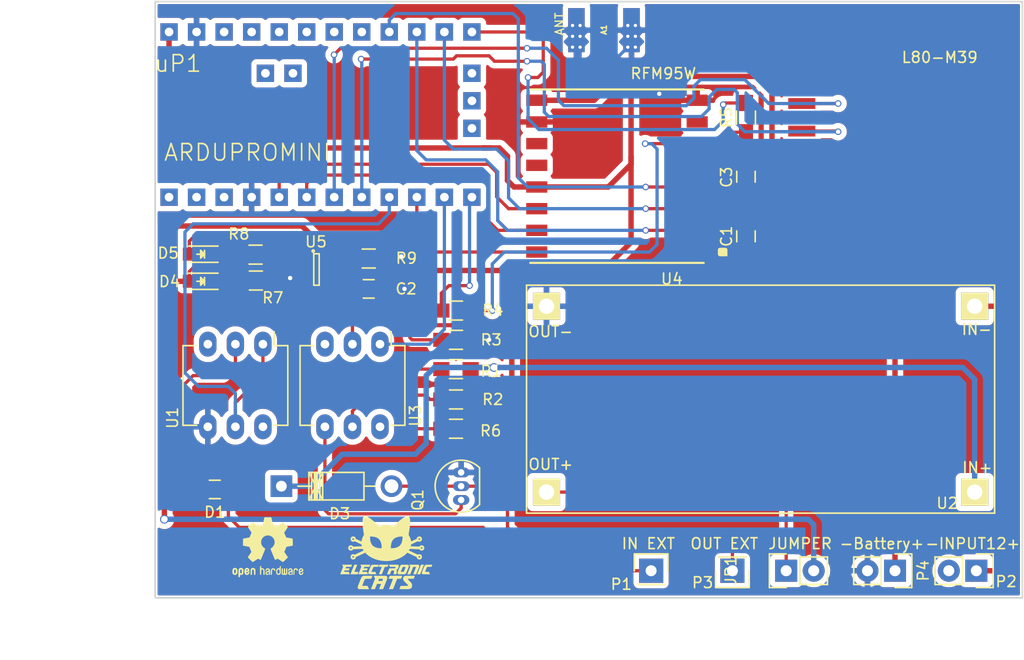
<source format=kicad_pcb>
(kicad_pcb (version 20221018) (generator pcbnew)
  (title_block (title "LoRa Track") (rev "v0.1") (company "Electronic Cats") (comment 1 "Eduardo Contreras Flores"))
  (layers (0 "F.Cu" signal) (31 "B.Cu" signal) (34 "B.Paste" user) (35 "F.Paste" user) (36 "B.SilkS" user "B.Silkscreen") (37 "F.SilkS" user "F.Silkscreen") (38 "B.Mask" user) (39 "F.Mask" user) (44 "Edge.Cuts" user))
  (net 0 "")
  (net 1 "Net-(A1-Pad1)")
  (net 2 "GND")
  (net 3 "+BATT")
  (net 4 "Net-(D1-Pad1)")
  (net 5 "Net-(D1-Pad2)")
  (net 6 "+12C")
  (net 7 "Net-(D2-Pad2)")
  (net 8 "Net-(D3-Pad2)")
  (net 9 "+5V")
  (net 10 "Net-(D4-Pad1)")
  (net 11 "Net-(D5-Pad2)")
  (net 12 "Net-(JP1-Pad1)")
  (net 13 "/TX")
  (net 14 "/RX")
  (net 15 "Net-(MODULE1-Pad6)")
  (net 16 "Net-(MODULE1-Pad7)")
  (net 17 "Net-(MODULE1-Pad8)")
  (net 18 "Net-(MODULE1-Pad10)")
  (net 19 "Net-(MODULE1-Pad11)")
  (net 20 "Net-(P2-Pad1)")
  (net 21 "Net-(Q1-Pad1)")
  (net 22 "Net-(R1-Pad2)")
  (net 23 "/D6")
  (net 24 "Net-(R3-Pad1)")
  (net 25 "/RST")
  (net 26 "Net-(R4-Pad2)")
  (net 27 "/NSS")
  (net 28 "Net-(R5-Pad2)")
  (net 29 "Net-(R6-Pad2)")
  (net 30 "Net-(R7-Pad1)")
  (net 31 "Net-(R9-Pad1)")
  (net 32 "Net-(U1-Pad6)")
  (net 33 "/D8")
  (net 34 "Net-(U3-Pad6)")
  (net 35 "/MISO")
  (net 36 "/MOSI")
  (net 37 "/SCK")
  (net 38 "Net-(U4-Pad7)")
  (net 39 "Net-(U4-Pad11)")
  (net 40 "Net-(U4-Pad12)")
  (net 41 "/DIO0")
  (net 42 "/DIO1")
  (net 43 "/DIO2")
  (net 44 "Net-(uP1-Pad7)")
  (net 45 "Net-(uP1-Pad8)")
  (net 46 "Net-(uP1-Pad9)")
  (net 47 "Net-(uP1-Pad21)")
  (net 48 "Net-(uP1-Pad22)")
  (net 49 "Net-(uP1-Pad23)")
  (net 50 "Net-(uP1-Pad24)")
  (net 51 "Net-(uP1-Pad25)")
  (net 52 "/A0")
  (net 53 "Net-(uP1-Pad32)")
  (net 54 "Net-(uP1-Pad31)")
  (footprint "TIH:GSG-SMA-EDGE" (layer "F.Cu") (at 151.4 50.6 -90)
    (fp_text reference "A1")
    (fp_text value "ANT")
  )
  (footprint "Capacitors_SMD:C_0805_HandSoldering" (layer "F.Cu") (at 164.5 71.65 -90)
    (fp_text reference "C1")
    (fp_text value "0.1uF")
  )
  (footprint "Capacitors_SMD:C_0805_HandSoldering" (layer "F.Cu") (at 129.7 76.5)
    (fp_text reference "C2")
    (fp_text value "10uF")
  )
  (footprint "Capacitors_SMD:C_0805_HandSoldering" (layer "F.Cu") (at 164.5 66.15 90)
    (fp_text reference "C3")
    (fp_text value "0.1uF")
  )
  (footprint "Capacitors_SMD:C_0805_HandSoldering" (layer "F.Cu") (at 115.5 95 180)
    (fp_text reference "D1")
    (fp_text value "D")
  )
  (footprint "Diodes_ThroughHole:Diode_DO-41_SOD81_Horizontal_RM10" (layer "F.Cu") (at 121.64 94.70254)
    (fp_text reference "D3")
    (fp_text value "D")
  )
  (footprint "LEDs:LED_0805" (layer "F.Cu") (at 114.19902 75.8 180)
    (fp_text reference "D4")
    (fp_text value "LED")
  )
  (footprint "LEDs:LED_0805" (layer "F.Cu") (at 114.19902 73.3 180)
    (fp_text reference "D5")
    (fp_text value "LED")
  )
  (footprint "Pin_Headers:Pin_Header_Straight_1x02" (layer "F.Cu") (at 168.21 102.5 90)
    (fp_text reference "JP1")
    (fp_text value "JUMPER")
  )
  (footprint "TIH:QUECTEL_L80-M39" (layer "F.Cu") (at 177.55 64.9 180)
    (fp_text reference "MODULE1")
    (fp_text value "L80-M39")
  )
  (footprint "Pin_Headers:Pin_Header_Straight_1x01" (layer "F.Cu") (at 155.75 102.5)
    (fp_text reference "P1")
    (fp_text value "IN EXT")
  )
  (footprint "Pin_Headers:Pin_Header_Straight_1x02" (layer "F.Cu") (at 185.75 102.5 -90)
    (fp_text reference "P2")
    (fp_text value "-INPUT12+")
  )
  (footprint "Pin_Headers:Pin_Header_Straight_1x01" (layer "F.Cu") (at 163.25 102.5 180)
    (fp_text reference "P3")
    (fp_text value "OUT EXT")
  )
  (footprint "Pin_Headers:Pin_Header_Straight_1x02" (layer "F.Cu") (at 178.25 102.5 -90)
    (fp_text reference "P4")
    (fp_text value "-Battery+")
  )
  (footprint "TO_SOT_Packages_THT:TO-92_Inline_Narrow_Oval" (layer "F.Cu") (at 138.225 95.97 90)
    (fp_text reference "Q1")
    (fp_text value "Q_NPN_BCE")
  )
  (footprint "Resistors_SMD:R_0805_HandSoldering" (layer "F.Cu") (at 137.75 83.9 180)
    (fp_text reference "R1")
    (fp_text value "1K")
  )
  (footprint "Resistors_SMD:R_0805_HandSoldering" (layer "F.Cu") (at 137.75 86.7 180)
    (fp_text reference "R2")
    (fp_text value "10K")
  )
  (footprint "Resistors_SMD:R_0805_HandSoldering" (layer "F.Cu") (at 137.75 81.2)
    (fp_text reference "R3")
    (fp_text value "220R")
  )
  (footprint "Resistors_SMD:R_0805_HandSoldering" (layer "F.Cu") (at 137.75 78.5)
    (fp_text reference "R4")
    (fp_text value "10K")
  )
  (footprint "Resistors_SMD:R_0805_HandSoldering" (layer "F.Cu") (at 164.5 60.7 -90)
    (fp_text reference "R5")
    (fp_text value "10K")
  )
  (footprint "Resistors_SMD:R_0805_HandSoldering" (layer "F.Cu") (at 137.75 89.4 180)
    (fp_text reference "R6")
    (fp_text value "1K")
  )
  (footprint "Resistors_SMD:R_0805_HandSoldering" (layer "F.Cu") (at 119.29 75.73 180)
    (fp_text reference "R7")
    (fp_text value "220R")
  )
  (footprint "Resistors_SMD:R_0805_HandSoldering" (layer "F.Cu") (at 119.26 73.34 180)
    (fp_text reference "R8")
    (fp_text value "220R")
  )
  (footprint "Resistors_SMD:R_0805_HandSoldering" (layer "F.Cu") (at 129.7 73.7)
    (fp_text reference "R9")
    (fp_text value "1K")
  )
  (footprint "Housings_DIP:DIP-6_W7.62mm_LongPads" (layer "F.Cu") (at 119.94 81.6 -90)
    (fp_text reference "U1")
    (fp_text value "4N26")
  )
  (footprint "TIH:LM2596DC-DC" (layer "F.Cu") (at 187.4385 97.1885 180)
    (fp_text reference "U2")
    (fp_text value "LM2596_Breakout")
  )
  (footprint "Housings_DIP:DIP-6_W7.62mm_LongPads" (layer "F.Cu") (at 130.74 81.6 -90)
    (fp_text reference "U3")
    (fp_text value "4N26")
  )
  (footprint "TIH:XCVR_RFM95W-868S2" (layer "F.Cu") (at 152.6 66.1 180)
    (fp_text reference "U4")
    (fp_text value "RFM95W")
  )
  (footprint "TO_SOT_Packages_SMD:SOT-23-5" (layer "F.Cu") (at 124.88 74.71)
    (fp_text reference "U5")
    (fp_text value "MCP73831T-2ATI/OT")
  )
  (footprint "TIH:arduinoMiniPro2" (layer "F.Cu") (at 117.63 62.96 90)
    (fp_text reference "uP1")
    (fp_text value "ARDUPROMINI")
  )
  (footprint "TIH:electronic_cats_logo_8x6" (layer "F.Cu") (at 131.318 100.838)
    (fp_text reference "G***" hide)
    (fp_text value "LOGO" hide)
  )
  (footprint "Symbols:OSHW-Logo2_7.3x6mm_SilkScreen" (layer "F.Cu") (at 120.396 100.33)
    (fp_text reference "REF***" hide)
    (fp_text value "OSHW-Logo2_7.3x6mm_SilkScreen" hide)
  )
  (gr_line (start 110 105) (end 110 50) (stroke (width 0.15)) (layer "Edge.Cuts"))
  (gr_line (start 190 50) (end 190 105) (stroke (width 0.15)) (layer "Edge.Cuts"))
  (gr_line (start 110 105) (end 190 105) (stroke (width 0.15)) (layer "Edge.Cuts"))
  (gr_line (start 110 50) (end 190 50) (stroke (width 0.15)) (layer "Edge.Cuts"))
  (segment (start 151.4 58.2) (end 151.4 52.632) (width 0.5) (layer "F.Cu") (net 1))
  (segment (start 145.2 59.1) (end 150.5 59.1) (width 0.5) (layer "F.Cu") (net 1))
  (segment (start 150.5 59.1) (end 151.4 58.2) (width 0.5) (layer "F.Cu") (net 1))
  (segment (start 132.1 73.7) (end 132.3 73.5) (width 0.3) (layer "F.Cu") (net 2))
  (segment (start 122.45 75.21) (end 122.45 75.5) (width 0.3) (layer "F.Cu") (net 2))
  (segment (start 123.78 74.71) (end 122.95 74.71) (width 0.3) (layer "F.Cu") (net 2))
  (segment (start 157.1 59.1) (end 156.5 58.5) (width 0.3) (layer "F.Cu") (net 2))
  (segment (start 139.1 81.2) (end 140.8 81.2) (width 0.3) (layer "F.Cu") (net 2))
  (segment (start 132.3 73.5) (end 132.7 73.5) (width 0.3) (layer "F.Cu") (net 2))
  (segment (start 130.95 76.5) (end 133 76.5) (width 0.3) (layer "F.Cu") (net 2))
  (segment (start 122.95 74.71) (end 122.45 75.21) (width 0.3) (layer "F.Cu") (net 2))
  (segment (start 160 59.1) (end 157.1 59.1) (width 0.3) (layer "F.Cu") (net 2))
  (segment (start 131.05 73.7) (end 132.1 73.7) (width 0.3) (layer "F.Cu") (net 2))
  (via (at 156.5 58.5) (size 0.6) (drill 0.4) (layers "F.Cu" "B.Cu") (net 2))
  (via (at 140.8 81.2) (size 0.6) (drill 0.4) (layers "F.Cu" "B.Cu") (net 2))
  (via (at 132.7 73.5) (size 0.6) (drill 0.4) (layers "F.Cu" "B.Cu") (net 2))
  (via (at 122.45 75.5) (size 0.6) (drill 0.4) (layers "F.Cu" "B.Cu") (net 2))
  (via (at 133 76.5) (size 0.6) (drill 0.4) (layers "F.Cu" "B.Cu") (net 2))
  (segment (start 149.2 54.2) (end 149.2 55.45) (width 0.3) (layer "B.Cu") (net 2))
  (segment (start 152.75 57.5) (end 152.75 55.05) (width 0.3) (layer "B.Cu") (net 2))
  (segment (start 149.2 55.45) (end 151.25 57.5) (width 0.3) (layer "B.Cu") (net 2))
  (segment (start 152.75 55.05) (end 153.6 54.2) (width 0.3) (layer "B.Cu") (net 2))
  (segment (start 151.25 57.5) (end 152.75 57.5) (width 0.3) (layer "B.Cu") (net 2))
  (segment (start 142.9 75.5) (end 142.9 85.8) (width 0.5) (layer "F.Cu") (net 3))
  (segment (start 142.5 66.5) (end 142.5 64.25) (width 0.5) (layer "F.Cu") (net 3))
  (segment (start 154.7 56.9) (end 153.9 57.7) (width 0.5) (layer "F.Cu") (net 3))
  (segment (start 169.65 69.56) (end 176.81 69.56) (width 0.5) (layer "F.Cu") (net 3))
  (segment (start 166.9 65.8) (end 165.6 67.1) (width 0.5) (layer "F.Cu") (net 3))
  (segment (start 134.4 75.4) (end 135 74.8) (width 0.5) (layer "F.Cu") (net 3))
  (segment (start 176.81 69.56) (end 178.25 71) (width 0.5) (layer "F.Cu") (net 3))
  (segment (start 128.2 76.5) (end 127.5 77.2) (width 0.5) (layer "F.Cu") (net 3))
  (segment (start 141.75 63.5) (end 140.25 63.5) (width 0.5) (layer "F.Cu") (net 3))
  (segment (start 111.28 61.53) (end 113.25 63.5) (width 0.5) (layer "F.Cu") (net 3))
  (segment (start 153.9 65) (end 151.8 67.1) (width 0.5) (layer "F.Cu") (net 3))
  (segment (start 142.2 74.8) (end 142.9 75.5) (width 0.5) (layer "F.Cu") (net 3))
  (segment (start 166.9 65.6) (end 166.9 65.8) (width 0.5) (layer "F.Cu") (net 3))
  (segment (start 127.5 77.2) (end 128.4 77.2) (width 0.5) (layer "F.Cu") (net 3))
  (segment (start 133.5 78.4) (end 134.4 77.5) (width 0.5) (layer "F.Cu") (net 3))
  (segment (start 165.68 67.02) (end 169.65 67.02) (width 0.5) (layer "F.Cu") (net 3))
  (segment (start 129.225 78.4) (end 128.45 77.625) (width 0.5) (layer "F.Cu") (net 3))
  (segment (start 134.4 77.5) (end 134.4 75.4) (width 0.5) (layer "F.Cu") (net 3))
  (segment (start 165.3 67.4) (end 165.6 67.1) (width 0.5) (layer "F.Cu") (net 3))
  (segment (start 153.9 72.2) (end 153.9 64.3) (width 0.5) (layer "F.Cu") (net 3))
  (segment (start 178.25 71) (end 178.25 102.5) (width 0.5) (layer "F.Cu") (net 3))
  (segment (start 169.65 67.02) (end 169.65 69.56) (width 0.5) (layer "F.Cu") (net 3))
  (segment (start 141.8 74.8) (end 142.2 74.8) (width 0.5) (layer "F.Cu") (net 3))
  (segment (start 123.78 76.58) (end 124.4 77.2) (width 0.5) (layer "F.Cu") (net 3))
  (segment (start 153.9 64.3) (end 153.9 65) (width 0.5) (layer "F.Cu") (net 3))
  (segment (start 165.6 67.1) (end 165.68 67.02) (width 0.5) (layer "F.Cu") (net 3))
  (segment (start 128.45 77.25) (end 128.45 76.5) (width 0.5) (layer "F.Cu") (net 3))
  (segment (start 151.3 74.8) (end 153.9 72.2) (width 0.5) (layer "F.Cu") (net 3))
  (segment (start 141.8 74.8) (end 151.3 74.8) (width 0.5) (layer "F.Cu") (net 3))
  (segment (start 135 74.8) (end 141.8 74.8) (width 0.5) (layer "F.Cu") (net 3))
  (segment (start 145.2 67.1) (end 143.1 67.1) (width 0.5) (layer "F.Cu") (net 3))
  (segment (start 166.9 65.6) (end 166.9 58.3) (width 0.5) (layer "F.Cu") (net 3))
  (segment (start 126.7 77.2) (end 127.5 77.2) (width 0.5) (layer "F.Cu") (net 3))
  (segment (start 129.425 78.4) (end 129.225 78.4) (width 0.5) (layer "F.Cu") (net 3))
  (segment (start 129.225 78.4) (end 133.5 78.4) (width 0.5) (layer "F.Cu") (net 3))
  (segment (start 142 86.7) (end 142.9 85.8) (width 0.5) (layer "F.Cu") (net 3))
  (segment (start 164.5 67.4) (end 164.5 70.4) (width 0.5) (layer "F.Cu") (net 3))
  (segment (start 128.4 77.2) (end 128.45 77.25) (width 0.5) (layer "F.Cu") (net 3))
  (segment (start 128.45 77.625) (end 128.45 77.25) (width 0.5) (layer "F.Cu") (net 3))
  (segment (start 143.1 67.1) (end 142.5 66.5) (width 0.5) (layer "F.Cu") (net 3))
  (segment (start 111.28 52.8) (end 111.28 61.53) (width 0.5) (layer "F.Cu") (net 3))
  (segment (start 139.1 86.7) (end 142 86.7) (width 0.5) (layer "F.Cu") (net 3))
  (segment (start 165.5 56.9) (end 154.7 56.9) (width 0.5) (layer "F.Cu") (net 3))
  (segment (start 140.25 63.5) (end 141 63.5) (width 0.5) (layer "F.Cu") (net 3))
  (segment (start 124.4 77.2) (end 126.7 77.2) (width 0.5) (layer "F.Cu") (net 3))
  (segment (start 139.1 89.4) (end 139.1 86.7) (width 0.5) (layer "F.Cu") (net 3))
  (segment (start 164.5 67.4) (end 165.3 67.4) (width 0.5) (layer "F.Cu") (net 3))
  (segment (start 142.5 64.25) (end 141.75 63.5) (width 0.5) (layer "F.Cu") (net 3))
  (segment (start 142.9 79.1) (end 142.9 85.8) (width 0.3) (layer "F.Cu") (net 3))
  (segment (start 166.9 58.3) (end 165.5 56.9) (width 0.5) (layer "F.Cu") (net 3))
  (segment (start 153.9 57.7) (end 153.9 64.3) (width 0.5) (layer "F.Cu") (net 3))
  (segment (start 151.8 67.1) (end 145.2 67.1) (width 0.5) (layer "F.Cu") (net 3))
  (segment (start 113.25 63.5) (end 140.25 63.5) (width 0.5) (layer "F.Cu") (net 3))
  (segment (start 128.45 76.5) (end 128.2 76.5) (width 0.5) (layer "F.Cu") (net 3))
  (segment (start 123.78 75.66) (end 123.78 76.58) (width 0.5) (layer "F.Cu") (net 3))
  (segment (start 116.75 95) (end 116.75 97.5) (width 0.3) (layer "F.Cu") (net 4))
  (segment (start 116.75 97.5) (end 117.75 98.5) (width 0.3) (layer "F.Cu") (net 4))
  (segment (start 140.25 98.5) (end 141.25 99.5) (width 0.3) (layer "F.Cu") (net 4))
  (segment (start 153 102.5) (end 152.25 101.75) (width 0.3) (layer "F.Cu") (net 4))
  (segment (start 142 100.25) (end 141.25 99.5) (width 0.3) (layer "F.Cu") (net 4))
  (segment (start 151.75 100.25) (end 142 100.25) (width 0.3) (layer "F.Cu") (net 4))
  (segment (start 155.75 102.5) (end 153 102.5) (width 0.3) (layer "F.Cu") (net 4))
  (segment (start 152.25 101.75) (end 152.25 100.75) (width 0.3) (layer "F.Cu") (net 4))
  (segment (start 152.25 100.75) (end 151.75 100.25) (width 0.3) (layer "F.Cu") (net 4))
  (segment (start 117.75 98.5) (end 140.25 98.5) (width 0.3) (layer "F.Cu") (net 4))
  (segment (start 112.75 91.5) (end 114.25 93) (width 0.3) (layer "F.Cu") (net 5))
  (segment (start 114.25 93) (end 114.25 95) (width 0.3) (layer "F.Cu") (net 5))
  (segment (start 112.75 85.25) (end 112.75 91.5) (width 0.3) (layer "F.Cu") (net 5))
  (segment (start 113.5 84.5) (end 112.75 85.25) (width 0.3) (layer "F.Cu") (net 5))
  (segment (start 117.4 81.6) (end 117.4 83.35) (width 0.3) (layer "F.Cu") (net 5))
  (segment (start 116.25 84.5) (end 113.5 84.5) (width 0.3) (layer "F.Cu") (net 5))
  (segment (start 117.4 83.35) (end 116.25 84.5) (width 0.3) (layer "F.Cu") (net 5))
  (segment (start 141.25 83.75) (end 139.25 83.75) (width 0.5) (layer "F.Cu") (net 6))
  (segment (start 139.25 83.75) (end 139.1 83.9) (width 0.5) (layer "F.Cu") (net 6))
  (via (at 141.25 83.75) (size 0.8) (drill 0.6) (layers "F.Cu" "B.Cu") (net 6))
  (segment (start 127.25 91.75) (end 134 91.75) (width 0.5) (layer "B.Cu") (net 6))
  (segment (start 135 90.75) (end 135 84.5) (width 0.5) (layer "B.Cu") (net 6))
  (segment (start 184.5 83.75) (end 141.75 83.75) (width 0.5) (layer "B.Cu") (net 6))
  (segment (start 121.64 94.7) (end 124.3 94.7) (width 0.5) (layer "B.Cu") (net 6))
  (segment (start 185.597 95.245) (end 185.597 84.847) (width 0.5) (layer "B.Cu") (net 6))
  (segment (start 135.75 83.75) (end 141.75 83.75) (width 0.5) (layer "B.Cu") (net 6))
  (segment (start 134 91.75) (end 135 90.75) (width 0.5) (layer "B.Cu") (net 6))
  (segment (start 124.3 94.7) (end 127.25 91.75) (width 0.5) (layer "B.Cu") (net 6))
  (segment (start 185.597 84.847) (end 184.5 83.75) (width 0.5) (layer "B.Cu") (net 6))
  (segment (start 135 84.5) (end 135.75 83.75) (width 0.5) (layer "B.Cu") (net 6))
  (segment (start 141.75 83.75) (end 141.25 83.75) (width 0.5) (layer "B.Cu") (net 6))
  (segment (start 142.5 98.5) (end 143.25 99.25) (width 0.3) (layer "F.Cu") (net 8))
  (segment (start 162.75 99.25) (end 163.25 99.75) (width 0.3) (layer "F.Cu") (net 8))
  (segment (start 140.95 94.7) (end 142.5 96.25) (width 0.3) (layer "F.Cu") (net 8))
  (segment (start 143.25 99.25) (end 162.75 99.25) (width 0.3) (layer "F.Cu") (net 8))
  (segment (start 142.5 96.25) (end 142.5 98.5) (width 0.3) (layer "F.Cu") (net 8))
  (segment (start 163.25 99.75) (end 163.25 102.5) (width 0.3) (layer "F.Cu") (net 8))
  (segment (start 138.225 94.7) (end 140.95 94.7) (width 0.3) (layer "F.Cu") (net 8))
  (segment (start 138.225 94.7) (end 131.8 94.7) (width 0.3) (layer "F.Cu") (net 8))
  (segment (start 113.15 75.8) (end 111.55 75.8) (width 0.5) (layer "F.Cu") (net 9))
  (segment (start 127.01 75.66) (end 127.57 75.1) (width 0.5) (layer "F.Cu") (net 9))
  (segment (start 132.85 71.9) (end 124.75 71.9) (width 0.5) (layer "F.Cu") (net 9))
  (segment (start 110.85 75.1) (end 110.85 78.15) (width 0.5) (layer "F.Cu") (net 9))
  (segment (start 111.35 70.7) (end 123.55 70.7) (width 0.5) (layer "F.Cu") (net 9))
  (segment (start 123.55 70.7) (end 124.5 71.65) (width 0.5) (layer "F.Cu") (net 9))
  (segment (start 133.5 72.55) (end 132.85 71.9) (width 0.5) (layer "F.Cu") (net 9))
  (segment (start 133.5 74.35) (end 133.5 72.55) (width 0.5) (layer "F.Cu") (net 9))
  (segment (start 111.55 75.8) (end 110.85 75.1) (width 0.5) (layer "F.Cu") (net 9))
  (segment (start 124.5 71.65) (end 124.75 71.9) (width 0.3) (layer "F.Cu") (net 9))
  (segment (start 110.85 75.1) (end 110.85 71.2) (width 0.5) (layer "F.Cu") (net 9))
  (segment (start 132.75 75.1) (end 133.5 74.35) (width 0.5) (layer "F.Cu") (net 9))
  (segment (start 125.98 75.66) (end 127.01 75.66) (width 0.5) (layer "F.Cu") (net 9))
  (segment (start 115.24804 73.3) (end 115.24804 74.19944) (width 0.3) (layer "F.Cu") (net 9))
  (segment (start 127.57 75.1) (end 132.75 75.1) (width 0.5) (layer "F.Cu") (net 9))
  (segment (start 110.85 78.15) (end 110.85 97.75) (width 0.5) (layer "F.Cu") (net 9))
  (segment (start 110.85 71.2) (end 111.35 70.7) (width 0.5) (layer "F.Cu") (net 9))
  (segment (start 113.15 74.90056) (end 113.15 75.8) (width 0.3) (layer "F.Cu") (net 9))
  (segment (start 115.24804 74.19944) (end 114.94748 74.5) (width 0.3) (layer "F.Cu") (net 9))
  (segment (start 113.55056 74.5) (end 113.15 74.90056) (width 0.3) (layer "F.Cu") (net 9))
  (segment (start 114.94748 74.5) (end 113.55056 74.5) (width 0.3) (layer "F.Cu") (net 9))
  (via (at 110.85 97.75) (size 0.8) (drill 0.6) (layers "F.Cu" "B.Cu") (net 9))
  (segment (start 110.85 97.75) (end 170.25 97.75) (width 0.5) (layer "B.Cu") (net 9))
  (segment (start 170.25 97.75) (end 170.75 98.25) (width 0.5) (layer "B.Cu") (net 9))
  (segment (start 170.75 98.25) (end 170.75 100) (width 0.5) (layer "B.Cu") (net 9))
  (segment (start 170.75 102.5) (end 170.75 100) (width 0.5) (layer "B.Cu") (net 9))
  (segment (start 117.87 75.8) (end 117.94 75.73) (width 0.3) (layer "F.Cu") (net 10))
  (segment (start 115.24804 75.8) (end 117.87 75.8) (width 0.3) (layer "F.Cu") (net 10))
  (segment (start 113.15 72.1) (end 113.15 73.3) (width 0.3) (layer "F.Cu") (net 11))
  (segment (start 113.55 71.7) (end 113.15 72.1) (width 0.3) (layer "F.Cu") (net 11))
  (segment (start 117.91 73.34) (end 117.91 71.86) (width 0.3) (layer "F.Cu") (net 11))
  (segment (start 117.91 71.86) (end 117.75 71.7) (width 0.3) (layer "F.Cu") (net 11))
  (segment (start 117.75 71.7) (end 113.55 71.7) (width 0.3) (layer "F.Cu") (net 11))
  (segment (start 167.495 95.245) (end 146.1 95.245) (width 0.3) (layer "F.Cu") (net 12))
  (segment (start 168.21 102.5) (end 168.21 95.96) (width 0.3) (layer "F.Cu") (net 12))
  (segment (start 168.21 95.96) (end 167.495 95.245) (width 0.3) (layer "F.Cu") (net 12))
  (segment (start 173 59.4) (end 169.65 59.4) (width 0.3) (layer "F.Cu") (net 13))
  (segment (start 126.5 54.9) (end 127.1 54.3) (width 0.3) (layer "F.Cu") (net 13))
  (segment (start 127.1 54.3) (end 144.3 54.3) (width 0.3) (layer "F.Cu") (net 13))
  (via (at 173 59.4) (size 0.6) (drill 0.4) (layers "F.Cu" "B.Cu") (net 13))
  (via (at 126.5 54.9) (size 0.6) (drill 0.4) (layers "F.Cu" "B.Cu") (net 13))
  (via (at 144.3 54.3) (size 0.6) (drill 0.4) (layers "F.Cu" "B.Cu") (net 13))
  (segment (start 166.6 59.4) (end 173 59.4) (width 0.3) (layer "B.Cu") (net 13))
  (segment (start 144.3 54.3) (end 146.1 54.3) (width 0.3) (layer "B.Cu") (net 13))
  (segment (start 164.4 57.2) (end 166.6 59.4) (width 0.3) (layer "B.Cu") (net 13))
  (segment (start 160.3 57.2) (end 164.4 57.2) (width 0.3) (layer "B.Cu") (net 13))
  (segment (start 159.7 57.8) (end 160.3 57.2) (width 0.3) (layer "B.Cu") (net 13))
  (segment (start 147.2 59.1) (end 147.7 59.6) (width 0.3) (layer "B.Cu") (net 13))
  (segment (start 146.1 54.3) (end 147.2 55.4) (width 0.3) (layer "B.Cu") (net 13))
  (segment (start 147.7 59.6) (end 159 59.6) (width 0.3) (layer "B.Cu") (net 13))
  (segment (start 147.2 55.4) (end 147.2 58.7) (width 0.3) (layer "B.Cu") (net 13))
  (segment (start 159.7 58.9) (end 159.7 57.8) (width 0.3) (layer "B.Cu") (net 13))
  (segment (start 147.2 58.7) (end 147.2 59.1) (width 0.3) (layer "B.Cu") (net 13))
  (segment (start 126.52 68.04) (end 126.52 54.92) (width 0.3) (layer "B.Cu") (net 13))
  (segment (start 126.52 54.92) (end 126.5 54.9) (width 0.3) (layer "B.Cu") (net 13))
  (segment (start 159 59.6) (end 159.7 58.9) (width 0.3) (layer "B.Cu") (net 13))
  (segment (start 147.2 58.7) (end 147.2 58.9) (width 0.3) (layer "B.Cu") (net 13))
  (segment (start 141.3 55.5) (end 144.3 55.5) (width 0.3) (layer "F.Cu") (net 14))
  (segment (start 172.94 61.94) (end 173 62) (width 0.3) (layer "F.Cu") (net 14))
  (segment (start 169.65 61.94) (end 172.94 61.94) (width 0.3) (layer "F.Cu") (net 14))
  (segment (start 137.5 55.3) (end 137.8 55) (width 0.3) (layer "F.Cu") (net 14))
  (segment (start 169.61 61.9) (end 169.65 61.94) (width 0.3) (layer "F.Cu") (net 14))
  (segment (start 140.8 55) (end 141.3 55.5) (width 0.3) (layer "F.Cu") (net 14))
  (segment (start 129 55.3) (end 137.5 55.3) (width 0.3) (layer "F.Cu") (net 14))
  (segment (start 137.8 55) (end 140.8 55) (width 0.3) (layer "F.Cu") (net 14))
  (via (at 173 62) (size 0.6) (drill 0.4) (layers "F.Cu" "B.Cu") (net 14))
  (via (at 144.3 55.5) (size 0.6) (drill 0.4) (layers "F.Cu" "B.Cu") (net 14))
  (via (at 129 55.3) (size 0.6) (drill 0.4) (layers "F.Cu" "B.Cu") (net 14))
  (segment (start 164.4 62) (end 173 62) (width 0.3) (layer "B.Cu") (net 14))
  (segment (start 129.06 68.04) (end 129.06 55.36) (width 0.3) (layer "B.Cu") (net 14))
  (segment (start 129.06 55.36) (end 129 55.3) (width 0.3) (layer "B.Cu") (net 14))
  (segment (start 145.6 55.5) (end 145.9 55.8) (width 0.3) (layer "B.Cu") (net 14))
  (segment (start 161.1 59.9) (end 161.1 58.8) (width 0.3) (layer "B.Cu") (net 14))
  (segment (start 161.8 58.1) (end 163.4 58.1) (width 0.3) (layer "B.Cu") (net 14))
  (segment (start 145.9 55.8) (end 145.9 60.2) (width 0.3) (layer "B.Cu") (net 14))
  (segment (start 146.3 60.6) (end 160.4 60.6) (width 0.3) (layer "B.Cu") (net 14))
  (segment (start 173 62) (end 166.7 62) (width 0.3) (layer "B.Cu") (net 14))
  (segment (start 161.1 58.8) (end 161.8 58.1) (width 0.3) (layer "B.Cu") (net 14))
  (segment (start 145.9 60.2) (end 146.3 60.6) (width 0.3) (layer "B.Cu") (net 14))
  (segment (start 160.4 60.6) (end 161.1 59.9) (width 0.3) (layer "B.Cu") (net 14))
  (segment (start 163.4 58.1) (end 163.7 58.4) (width 0.3) (layer "B.Cu") (net 14))
  (segment (start 144.3 55.5) (end 145.6 55.5) (width 0.3) (layer "B.Cu") (net 14))
  (segment (start 163.7 58.4) (end 163.7 61.3) (width 0.3) (layer "B.Cu") (net 14))
  (segment (start 163.7 61.3) (end 164.4 62) (width 0.3) (layer "B.Cu") (net 14))
  (segment (start 187.6 78.1) (end 185.5985 78.1) (width 0.5) (layer "F.Cu") (net 20))
  (segment (start 187.75 102.5) (end 188.5 101.75) (width 0.5) (layer "F.Cu") (net 20))
  (segment (start 188.5 79) (end 187.6 78.1) (width 0.5) (layer "F.Cu") (net 20))
  (segment (start 188.5 101.75) (end 188.5 79) (width 0.5) (layer "F.Cu") (net 20))
  (segment (start 185.75 102.5) (end 187.75 102.5) (width 0.5) (layer "F.Cu") (net 20))
  (segment (start 137.69458 97.25) (end 126 97.25) (width 0.3) (layer "F.Cu") (net 21))
  (segment (start 138.225 96.71958) (end 137.69458 97.25) (width 0.3) (layer "F.Cu") (net 21))
  (segment (start 126 97.25) (end 125.66 96.91) (width 0.3) (layer "F.Cu") (net 21))
  (segment (start 125.66 96.91) (end 125.66 89.22) (width 0.3) (layer "F.Cu") (net 21))
  (segment (start 138.225 95.97) (end 138.225 96.71958) (width 0.3) (layer "F.Cu") (net 21))
  (segment (start 136.4 83.9) (end 120.34 83.9) (width 0.3) (layer "F.Cu") (net 22))
  (segment (start 119.94 83.5) (end 119.94 81.6) (width 0.3) (layer "F.Cu") (net 22))
  (segment (start 120.34 83.9) (end 119.94 83.5) (width 0.3) (layer "F.Cu") (net 22))
  (segment (start 135.35 86.7) (end 134.95 86.3) (width 0.3) (layer "F.Cu") (net 23))
  (segment (start 117.4 87) (end 118.1 86.3) (width 0.3) (layer "F.Cu") (net 23))
  (segment (start 134.95 86.3) (end 118.1 86.3) (width 0.3) (layer "F.Cu") (net 23))
  (segment (start 136.4 86.7) (end 135.35 86.7) (width 0.3) (layer "F.Cu") (net 23))
  (segment (start 117.4 89.22) (end 117.4 87) (width 0.3) (layer "F.Cu") (net 23))
  (segment (start 130.6 70.5) (end 131.6 69.5) (width 0.3) (layer "B.Cu") (net 23))
  (segment (start 112.75 84.25) (end 112.75 71.25) (width 0.3) (layer "B.Cu") (net 23))
  (segment (start 131.6 69.5) (end 131.6 68.04) (width 0.3) (layer "B.Cu") (net 23))
  (segment (start 112.75 71.25) (end 113.5 70.5) (width 0.3) (layer "B.Cu") (net 23))
  (segment (start 117.4 86.15) (end 116.75 85.5) (width 0.3) (layer "B.Cu") (net 23))
  (segment (start 116.75 85.5) (end 114 85.5) (width 0.3) (layer "B.Cu") (net 23))
  (segment (start 117.4 89.22) (end 117.4 86.15) (width 0.3) (layer "B.Cu") (net 23))
  (segment (start 113.5 70.5) (end 130.6 70.5) (width 0.3) (layer "B.Cu") (net 23))
  (segment (start 114 85.5) (end 112.75 84.25) (width 0.3) (layer "B.Cu") (net 23))
  (segment (start 128.6 79.4) (end 133.2 79.4) (width 0.3) (layer "F.Cu") (net 24))
  (segment (start 136.4 81.2) (end 134.3 81.2) (width 0.3) (layer "F.Cu") (net 24))
  (segment (start 133.5 79.7) (end 133.5 81) (width 0.3) (layer "F.Cu") (net 24))
  (segment (start 133.7 81.2) (end 134.3 81.2) (width 0.3) (layer "F.Cu") (net 24))
  (segment (start 128.2 79.8) (end 128.6 79.4) (width 0.3) (layer "F.Cu") (net 24))
  (segment (start 133.2 79.4) (end 133.5 79.7) (width 0.3) (layer "F.Cu") (net 24))
  (segment (start 133.5 81) (end 133.7 81.2) (width 0.3) (layer "F.Cu") (net 24))
  (segment (start 128.2 81.6) (end 128.2 79.8) (width 0.3) (layer "F.Cu") (net 24))
  (segment (start 136.4 78.5) (end 136.5 78.5) (width 0.3) (layer "F.Cu") (net 25))
  (segment (start 136.4 78.5) (end 136.4 76.9) (width 0.3) (layer "F.Cu") (net 25))
  (segment (start 137.1 76.2) (end 139 76.2) (width 0.3) (layer "F.Cu") (net 25))
  (segment (start 136.4 76.9) (end 137.1 76.2) (width 0.3) (layer "F.Cu") (net 25))
  (via (at 139 76.2) (size 0.6) (drill 0.4) (layers "F.Cu" "B.Cu") (net 25))
  (segment (start 139 76.2) (end 139 68.26) (width 0.3) (layer "B.Cu") (net 25))
  (segment (start 139 68.26) (end 139.22 68.04) (width 0.3) (layer "B.Cu") (net 25))
  (segment (start 160 63.1) (end 155.2 63.1) (width 0.3) (layer "F.Cu") (net 26))
  (segment (start 141.1 78.5) (end 139.1 78.5) (width 0.3) (layer "F.Cu") (net 26))
  (via (at 141.1 78.5) (size 0.6) (drill 0.4) (layers "F.Cu" "B.Cu") (net 26))
  (via (at 155.2 63.1) (size 0.6) (drill 0.4) (layers "F.Cu" "B.Cu") (net 26))
  (segment (start 155.2 63.1) (end 155.8 63.1) (width 0.3) (layer "B.Cu") (net 26))
  (segment (start 155.8 63.1) (end 156.3 63.6) (width 0.3) (layer "B.Cu") (net 26))
  (segment (start 142.2 73.1) (end 141.1 74.2) (width 0.3) (layer "B.Cu") (net 26))
  (segment (start 141.1 74.2) (end 141.1 78.5) (width 0.3) (layer "B.Cu") (net 26))
  (segment (start 156.3 63.6) (end 156.3 72.4) (width 0.3) (layer "B.Cu") (net 26))
  (segment (start 155.6 73.1) (end 142.2 73.1) (width 0.3) (layer "B.Cu") (net 26))
  (segment (start 156.3 72.4) (end 155.6 73.1) (width 0.3) (layer "B.Cu") (net 26))
  (segment (start 145.8 56.5) (end 145.8 53.4) (width 0.3) (layer "F.Cu") (net 27))
  (segment (start 144.4 52.8) (end 139.22 52.8) (width 0.3) (layer "F.Cu") (net 27))
  (segment (start 164.5 59.35) (end 162.55 59.35) (width 0.3) (layer "F.Cu") (net 27))
  (segment (start 145.2 52.8) (end 144.4 52.8) (width 0.3) (layer "F.Cu") (net 27))
  (segment (start 162.55 59.35) (end 162.4 59.5) (width 0.3) (layer "F.Cu") (net 27))
  (segment (start 144.4 57) (end 145.3 57) (width 0.3) (layer "F.Cu") (net 27))
  (segment (start 145.8 53.4) (end 145.2 52.8) (width 0.3) (layer "F.Cu") (net 27))
  (segment (start 145.3 57) (end 145.8 56.5) (width 0.3) (layer "F.Cu") (net 27))
  (via (at 144.4 57) (size 0.6) (drill 0.4) (layers "F.Cu" "B.Cu") (net 27))
  (via (at 162.4 59.5) (size 0.6) (drill 0.4) (layers "F.Cu" "B.Cu") (net 27))
  (segment (start 145.4 61.8) (end 161.6 61.8) (width 0.3) (layer "B.Cu") (net 27))
  (segment (start 144.4 57) (end 144.4 60.8) (width 0.3) (layer "B.Cu") (net 27))
  (segment (start 162.4 61) (end 162.4 59.5) (width 0.3) (layer "B.Cu") (net 27))
  (segment (start 144.4 60.8) (end 145.4 61.8) (width 0.3) (layer "B.Cu") (net 27))
  (segment (start 161.6 61.8) (end 162.4 61) (width 0.3) (layer "B.Cu") (net 27))
  (segment (start 163.05 62.05) (end 164.5 62.05) (width 0.3) (layer "F.Cu") (net 28))
  (segment (start 162.4 62.7) (end 163.05 62.05) (width 0.3) (layer "F.Cu") (net 28))
  (segment (start 162.4 64.5) (end 162.4 62.7) (width 0.3) (layer "F.Cu") (net 28))
  (segment (start 161.8 65.1) (end 162.4 64.5) (width 0.3) (layer "F.Cu") (net 28))
  (segment (start 160 65.1) (end 161.8 65.1) (width 0.3) (layer "F.Cu") (net 28))
  (segment (start 128.2 87.77) (end 128.67 87.3) (width 0.3) (layer "F.Cu") (net 29))
  (segment (start 133.9 89.4) (end 136.3 89.4) (width 0.3) (layer "F.Cu") (net 29))
  (segment (start 128.67 87.3) (end 132.8 87.3) (width 0.3) (layer "F.Cu") (net 29))
  (segment (start 132.8 87.3) (end 133.5 88) (width 0.3) (layer "F.Cu") (net 29))
  (segment (start 128.2 89.22) (end 128.2 87.77) (width 0.3) (layer "F.Cu") (net 29))
  (segment (start 133.5 88) (end 133.5 89) (width 0.3) (layer "F.Cu") (net 29))
  (segment (start 133.5 89) (end 133.9 89.4) (width 0.3) (layer "F.Cu") (net 29))
  (segment (start 120.61 73.34) (end 120.61 75.7) (width 0.3) (layer "F.Cu") (net 30))
  (segment (start 120.61 75.7) (end 120.64 75.73) (width 0.3) (layer "F.Cu") (net 30))
  (segment (start 123.36 73.34) (end 123.78 73.76) (width 0.3) (layer "F.Cu") (net 30))
  (segment (start 120.61 73.34) (end 123.36 73.34) (width 0.3) (layer "F.Cu") (net 30))
  (segment (start 126.04 73.7) (end 125.98 73.76) (width 0.3) (layer "F.Cu") (net 31))
  (segment (start 128.35 73.7) (end 126.04 73.7) (width 0.3) (layer "F.Cu") (net 31))
  (segment (start 130.74 81.6) (end 135.3 81.6) (width 0.3) (layer "B.Cu") (net 33))
  (segment (start 136.68 80.22) (end 135.3 81.6) (width 0.3) (layer "B.Cu") (net 33))
  (segment (start 136.68 68.04) (end 136.68 80.22) (width 0.3) (layer "B.Cu") (net 33))
  (segment (start 158.4 71.1) (end 158.2 71.1) (width 0.3) (layer "F.Cu") (net 35))
  (segment (start 158.725 71.1) (end 158.2 71.1) (width 0.3) (layer "F.Cu") (net 35))
  (segment (start 160 71.1) (end 158.725 71.1) (width 0.3) (layer "F.Cu") (net 35))
  (segment (start 158.2 71.1) (end 155.25 71.1) (width 0.3) (layer "F.Cu") (net 35))
  (via (at 155.25 71.1) (size 0.6) (drill 0.4) (layers "F.Cu" "B.Cu") (net 35))
  (segment (start 141.6 65.7) (end 141.6 70.2) (width 0.3) (layer "B.Cu") (net 35))
  (segment (start 134.14 52.8) (end 134.14 63.74) (width 0.3) (layer "B.Cu") (net 35))
  (segment (start 141.6 70.2) (end 142.5 71.1) (width 0.3) (layer "B.Cu") (net 35))
  (segment (start 155.25 71.1) (end 142.5 71.1) (width 0.3) (layer "B.Cu") (net 35))
  (segment (start 140.5 64.6) (end 141.6 65.7) (width 0.3) (layer "B.Cu") (net 35))
  (segment (start 134.14 63.74) (end 135 64.6) (width 0.3) (layer "B.Cu") (net 35))
  (segment (start 135 64.6) (end 140.5 64.6) (width 0.3) (layer "B.Cu") (net 35))
  (segment (start 160 69.1) (end 157.7 69.1) (width 0.3) (layer "F.Cu") (net 36))
  (segment (start 155.25 69.1) (end 157.7 69.1) (width 0.3) (layer "F.Cu") (net 36))
  (segment (start 157.7 69.1) (end 158.4 69.1) (width 0.3) (layer "F.Cu") (net 36))
  (via (at 155.25 69.1) (size 0.6) (drill 0.4) (layers "F.Cu" "B.Cu") (net 36))
  (segment (start 136.68 62.78) (end 137.5 63.6) (width 0.3) (layer "B.Cu") (net 36))
  (segment (start 141.5 63.6) (end 142.6 64.7) (width 0.3) (layer "B.Cu") (net 36))
  (segment (start 145.6 69.1) (end 155.25 69.1) (width 0.3) (layer "B.Cu") (net 36))
  (segment (start 137.5 63.6) (end 141.5 63.6) (width 0.3) (layer "B.Cu") (net 36))
  (segment (start 136.68 52.8) (end 136.68 62.78) (width 0.3) (layer "B.Cu") (net 36))
  (segment (start 143.6 69.1) (end 145.6 69.1) (width 0.3) (layer "B.Cu") (net 36))
  (segment (start 142.6 68.1) (end 143.6 69.1) (width 0.3) (layer "B.Cu") (net 36))
  (segment (start 142.6 64.7) (end 142.6 68.1) (width 0.3) (layer "B.Cu") (net 36))
  (segment (start 160 67.1) (end 158.2 67.1) (width 0.3) (layer "F.Cu") (net 37))
  (segment (start 158.2 67.1) (end 155.25 67.1) (width 0.3) (layer "F.Cu") (net 37))
  (segment (start 158.4 67.1) (end 158.2 67.1) (width 0.3) (layer "F.Cu") (net 37))
  (via (at 155.25 67.1) (size 0.6) (drill 0.4) (layers "F.Cu" "B.Cu") (net 37))
  (segment (start 144.35 67.1) (end 143.5 66.25) (width 0.3) (layer "B.Cu") (net 37))
  (segment (start 131.6 51.7) (end 131.6 52.8) (width 0.3) (layer "B.Cu") (net 37))
  (segment (start 143.5 66.25) (end 143.5 51.6) (width 0.3) (layer "B.Cu") (net 37))
  (segment (start 143.5 51.6) (end 143 51.1) (width 0.3) (layer "B.Cu") (net 37))
  (segment (start 143 51.1) (end 132.2 51.1) (width 0.3) (layer "B.Cu") (net 37))
  (segment (start 155.25 67.1) (end 144.35 67.1) (width 0.3) (layer "B.Cu") (net 37))
  (segment (start 132.2 51.1) (end 131.6 51.7) (width 0.3) (layer "B.Cu") (net 37))
  (segment (start 121.44 66.06) (end 122.5 65) (width 0.3) (layer "F.Cu") (net 41))
  (segment (start 121.44 68.04) (end 121.44 66.06) (width 0.3) (layer "F.Cu") (net 41))
  (segment (start 141.5 65.75) (end 141.5 68) (width 0.3) (layer "F.Cu") (net 41))
  (segment (start 145.2 69.1) (end 143.925 69.1) (width 0.3) (layer "F.Cu") (net 41))
  (segment (start 142.6 69.1) (end 145.2 69.1) (width 0.3) (layer "F.Cu") (net 41))
  (segment (start 141.5 68) (end 142.6 69.1) (width 0.3) (layer "F.Cu") (net 41))
  (segment (start 140.75 65) (end 141.5 65.75) (width 0.3) (layer "F.Cu") (net 41))
  (segment (start 122.5 65) (end 140.75 65) (width 0.3) (layer "F.Cu") (net 41))
  (segment (start 123.98 68.04) (end 123.98 66.77) (width 0.3) (layer "F.Cu") (net 42))
  (segment (start 141.6 71.1) (end 140.75 70.25) (width 0.3) (layer "F.Cu") (net 42))
  (segment (start 140.25 66) (end 124.75 66) (width 0.3) (layer "F.Cu") (net 42))
  (segment (start 143.925 71.1) (end 143.4 71.1) (width 0.3) (layer "F.Cu") (net 42))
  (segment (start 140.75 70.25) (end 140.75 66.5) (width 0.3) (layer "F.Cu") (net 42))
  (segment (start 123.98 66.77) (end 124.75 66) (width 0.3) (layer "F.Cu") (net 42))
  (segment (start 145.2 71.1) (end 143.925 71.1) (width 0.3) (layer "F.Cu") (net 42))
  (segment (start 142.5 71.1) (end 141.6 71.1) (width 0.3) (layer "F.Cu") (net 42))
  (segment (start 140.75 66.5) (end 140.25 66) (width 0.3) (layer "F.Cu") (net 42))
  (segment (start 145.2 71.1) (end 142.5 71.1) (width 0.3) (layer "F.Cu") (net 42))
  (segment (start 143.4 71.1) (end 143.6 71.1) (width 0.3) (layer "F.Cu") (net 42))
  (segment (start 142.5 71.1) (end 141.9 70.5) (width 0.3) (layer "F.Cu") (net 42))
  (segment (start 134.14 72.14) (end 134.14 68.04) (width 0.3) (layer "F.Cu") (net 43))
  (segment (start 145.2 73.1) (end 135.1 73.1) (width 0.3) (layer "F.Cu") (net 43))
  (segment (start 135.1 73.1) (end 134.14 72.14) (width 0.3) (layer "F.Cu") (net 43))
  (zone (net 2) (net_name "GND") (layer "F.Cu") (connect_pads (clearance 0.508)) (min_thickness 0.254) (fill yes (thermal_gap 0.508) (thermal_bridge_width 0.508))
    (polygon (pts (xy 110 105) (xy 110 50) (xy 190 50) (xy 190 105)))
  )
  (zone (net 2) (net_name "GND") (layer "B.Cu") (connect_pads (clearance 0.508)) (min_thickness 0.254) (fill yes (thermal_gap 0.508) (thermal_bridge_width 0.508))
    (polygon (pts (xy 110 50) (xy 190 50) (xy 190 105) (xy 110 105)))
  )
)
</source>
